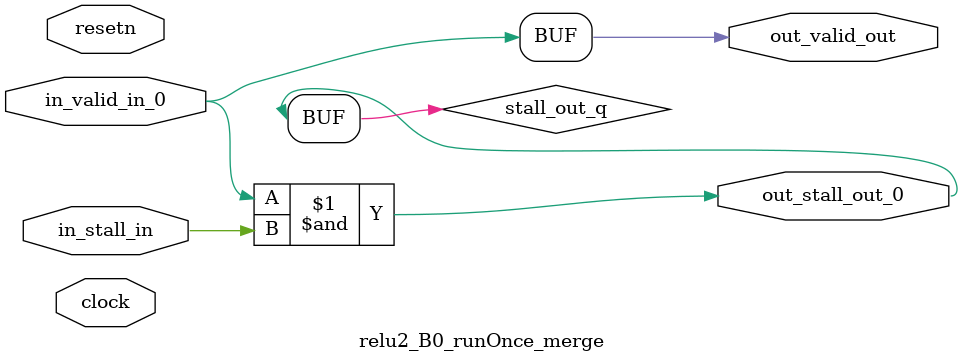
<source format=sv>



(* altera_attribute = "-name AUTO_SHIFT_REGISTER_RECOGNITION OFF; -name MESSAGE_DISABLE 10036; -name MESSAGE_DISABLE 10037; -name MESSAGE_DISABLE 14130; -name MESSAGE_DISABLE 14320; -name MESSAGE_DISABLE 15400; -name MESSAGE_DISABLE 14130; -name MESSAGE_DISABLE 10036; -name MESSAGE_DISABLE 12020; -name MESSAGE_DISABLE 12030; -name MESSAGE_DISABLE 12010; -name MESSAGE_DISABLE 12110; -name MESSAGE_DISABLE 14320; -name MESSAGE_DISABLE 13410; -name MESSAGE_DISABLE 113007; -name MESSAGE_DISABLE 10958" *)
module relu2_B0_runOnce_merge (
    input wire [0:0] in_stall_in,
    input wire [0:0] in_valid_in_0,
    output wire [0:0] out_stall_out_0,
    output wire [0:0] out_valid_out,
    input wire clock,
    input wire resetn
    );

    wire [0:0] stall_out_q;


    // stall_out(LOGICAL,6)
    assign stall_out_q = in_valid_in_0 & in_stall_in;

    // out_stall_out_0(GPOUT,4)
    assign out_stall_out_0 = stall_out_q;

    // out_valid_out(GPOUT,5)
    assign out_valid_out = in_valid_in_0;

endmodule

</source>
